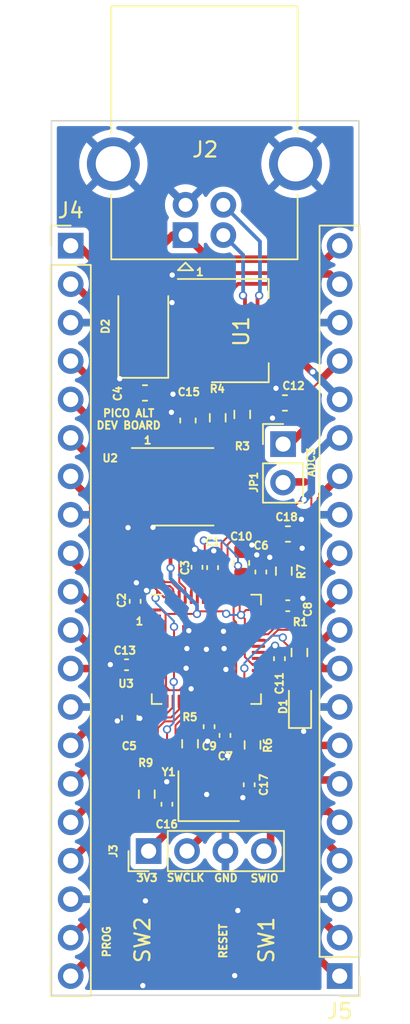
<source format=kicad_pcb>
(kicad_pcb (version 20211014) (generator pcbnew)
  (layers (0 "F.Cu" signal) (31 "B.Cu" signal) (34 "B.Paste" user) (35 "F.Paste" user) (36 "B.SilkS" user "B.Silkscreen") (37 "F.SilkS" user "F.Silkscreen") (38 "B.Mask" user) (39 "F.Mask" user) (44 "Edge.Cuts" user))
  (net 0 "")
  (net 1 "+3.3V")
  (net 2 "GND")
  (net 3 "+1V1")
  (net 4 "+5V")
  (net 5 "Net-(C16-Pad2)")
  (net 6 "Net-(C17-Pad2)")
  (net 7 "ADCVREF")
  (net 8 "VBUS")
  (net 9 "Net-(J2-Pad2)")
  (net 10 "Net-(J2-Pad3)")
  (net 11 "GPIO0")
  (net 12 "GPIO1")
  (net 13 "GPIO2")
  (net 14 "GPIO3")
  (net 15 "GPIO4")
  (net 16 "GPIO5")
  (net 17 "GPIO6")
  (net 18 "GPIO7")
  (net 19 "GPIO8")
  (net 20 "GPIO9")
  (net 21 "GPIO10")
  (net 22 "GPIO11")
  (net 23 "GPIO12")
  (net 24 "GPIO13")
  (net 25 "GPIO14")
  (net 26 "GPIO15")
  (net 27 "GPIO16")
  (net 28 "GPIO17")
  (net 29 "GPIO18")
  (net 30 "GPIO19")
  (net 31 "GPIO20")
  (net 32 "GPIO21")
  (net 33 "GPIO22")
  (net 34 "RUN")
  (net 35 "GPIO26")
  (net 36 "GPIO27")
  (net 37 "GPIO28")
  (net 38 "GPIO29")
  (net 39 "USBP")
  (net 40 "USBM")
  (net 41 "Net-(R5-Pad2)")
  (net 42 "QSPISS")
  (net 43 "QSPISD1")
  (net 44 "QSPISD2")
  (net 45 "QSPISD0")
  (net 46 "QSPICLK")
  (net 47 "QSPISD3")
  (net 48 "GPIO23")
  (net 49 "GPIO24")
  (net 50 "GPIO25")
  (net 51 "Net-(R9-Pad2)")
  (net 52 "Net-(J3-Pad2)")
  (net 53 "Net-(J3-Pad4)")
  (net 54 "Net-(J5-Pad17)")
  (net 55 "Net-(D1-Pad2)")
  (footprint "Crystal:Crystal_SMD_3225-4Pin_3.2x2.5mm" (layer "F.Cu") (at 148.82 115.11)
    (fp_text reference "Y1")
    (fp_text value "12 MHz")
  )
  (footprint "Capacitor_SMD:C_0402_1005Metric" (layer "F.Cu") (at 143.39 106.43 180)
    (fp_text reference "C13")
    (fp_text value "100 nF")
  )
  (footprint "Connector_USB:USB_B_OST_USB-B1HSxx_Horizontal" (layer "F.Cu") (at 147.29 78.04 90)
    (fp_text reference "J2")
    (fp_text value "USB_B")
  )
  (footprint "Resistor_SMD:R_0603_1608Metric_Pad0.98x0.95mm_HandSolder" (layer "F.Cu") (at 144.73 114.98 -90)
    (fp_text reference "R9")
    (fp_text value "1k")
  )
  (footprint "Capacitor_SMD:C_0603_1608Metric" (layer "F.Cu") (at 153.86 89.13 180)
    (fp_text reference "C12")
    (fp_text value "2.2 uF")
  )
  (footprint "Resistor_SMD:R_0603_1608Metric_Pad0.98x0.95mm_HandSolder" (layer "F.Cu") (at 154.82 105.62 90)
    (fp_text reference "R1")
    (fp_text value "1k")
  )
  (footprint "Resistor_SMD:R_0603_1608Metric_Pad0.98x0.95mm_HandSolder" (layer "F.Cu") (at 151.04 89.89 90)
    (fp_text reference "R3")
    (fp_text value "22R")
  )
  (footprint "Capacitor_SMD:C_0402_1005Metric" (layer "F.Cu") (at 149.08 100.01 90)
    (fp_text reference "C1")
    (fp_text value "100 nF")
  )
  (footprint "Capacitor_SMD:C_0603_1608Metric" (layer "F.Cu") (at 150.99 99.7 90)
    (fp_text reference "C10")
    (fp_text value "2.2 uF")
  )
  (footprint "Resistor_SMD:R_0603_1608Metric_Pad0.98x0.95mm_HandSolder" (layer "F.Cu") (at 151.72 111.73 -90)
    (fp_text reference "R6")
    (fp_text value "10k")
  )
  (footprint "Package_TO_SOT_SMD:SOT-223-3_TabPin2" (layer "F.Cu") (at 150.88 84.35)
    (fp_text reference "U1")
    (fp_text value "AMS1117-3.3")
  )
  (footprint "Connector_PinHeader_2.54mm:PinHeader_1x04_P2.54mm_Vertical" (layer "F.Cu") (at 144.85 118.74 90)
    (fp_text reference "J3")
    (fp_text value "Conn_01x04")
  )
  (footprint "Capacitor_SMD:C_0603_1608Metric" (layer "F.Cu") (at 144.61 88.47 180)
    (fp_text reference "C4")
    (fp_text value "2.2 uF")
  )
  (footprint "Diode_SMD:D_SMA" (layer "F.Cu") (at 144.5 84.07 90)
    (fp_text reference "D2")
    (fp_text value "SS14")
  )
  (footprint "Resistor_SMD:R_0603_1608Metric_Pad0.98x0.95mm_HandSolder" (layer "F.Cu") (at 153.79 100.24 -90)
    (fp_text reference "R7")
    (fp_text value "200R")
  )
  (footprint "Resistor_SMD:R_0603_1608Metric_Pad0.98x0.95mm_HandSolder" (layer "F.Cu") (at 147.59 111.65 90)
    (fp_text reference "R5")
    (fp_text value "1k")
  )
  (footprint "PicoAlt:K2-1808UN" (layer "F.Cu") (at 152.64 124.82 90)
    (fp_text reference "SW1")
    (fp_text value "SW_Push")
  )
  (footprint "LED_SMD:LED_0603_1608Metric_Pad1.05x0.95mm_HandSolder" (layer "F.Cu") (at 154.86 108.95 90)
    (fp_text reference "D1")
    (fp_text value "LED")
  )
  (footprint "Capacitor_SMD:C_0402_1005Metric" (layer "F.Cu") (at 154.05 102.53)
    (fp_text reference "C8")
    (fp_text value "100 nF")
  )
  (footprint "Capacitor_SMD:C_0603_1608Metric" (layer "F.Cu") (at 147.45 90.29 90)
    (fp_text reference "C15")
    (fp_text value "2.2 uF")
  )
  (footprint "Capacitor_SMD:C_0603_1608Metric" (layer "F.Cu") (at 154.06 97.79)
    (fp_text reference "C18")
    (fp_text value "2.2 uF")
  )
  (footprint "Connector_PinHeader_2.54mm:PinHeader_1x02_P2.54mm_Vertical" (layer "F.Cu") (at 153.74 91.85)
    (fp_text reference "JP1")
    (fp_text value "ADC3")
  )
  (footprint "PicoAlt:SOIC-8_3.9x4.9mm_P1.27mm_mod" (layer "F.Cu") (at 147.19 94.67)
    (fp_text reference "U2")
    (fp_text value "W25Q128JVSIQ")
  )
  (footprint "Connector_PinHeader_2.54mm:PinHeader_1x20_P2.54mm_Vertical" (layer "F.Cu") (at 157.48 127 180)
    (fp_text reference "J5")
    (fp_text value "Conn_01x20")
  )
  (footprint "Resistor_SMD:R_0603_1608Metric_Pad0.98x0.95mm_HandSolder" (layer "F.Cu") (at 149.42 90.11 -90)
    (fp_text reference "R4")
    (fp_text value "22R")
  )
  (footprint "Capacitor_SMD:C_0402_1005Metric" (layer "F.Cu") (at 146.06 115.65 -90)
    (fp_text reference "C16")
    (fp_text value "22 pF")
  )
  (footprint "Package_DFN_QFN:QFN-56-1EP_7x7mm_P0.4mm_EP3.2x3.2mm" (layer "F.Cu") (at 148.67 105.41)
    (fp_text reference "U3")
    (fp_text value "RP2040")
  )
  (footprint "Capacitor_SMD:C_0402_1005Metric" (layer "F.Cu") (at 143.96 102.24 90)
    (fp_text reference "C2")
    (fp_text value "100 nF")
  )
  (footprint "PicoAlt:K2-1808UN" (layer "F.Cu") (at 144.45 124.81 90)
    (fp_text reference "SW2")
    (fp_text value "SW_Push")
  )
  (footprint "Capacitor_SMD:C_0402_1005Metric" (layer "F.Cu") (at 148.05 99.99 90)
    (fp_text reference "C3")
    (fp_text value "100 nF")
  )
  (footprint "Capacitor_SMD:C_0402_1005Metric" (layer "F.Cu") (at 148.85 110.52 -90)
    (fp_text reference "C9")
    (fp_text value "100 nF")
  )
  (footprint "Capacitor_SMD:C_0603_1608Metric" (layer "F.Cu") (at 143.6 109.93 -90)
    (fp_text reference "C5")
    (fp_text value "2.2 uF")
  )
  (footprint "Capacitor_SMD:C_0402_1005Metric" (layer "F.Cu") (at 153.5 106.03 90)
    (fp_text reference "C11")
    (fp_text value "100 nF")
  )
  (footprint "Capacitor_SMD:C_0402_1005Metric" (layer "F.Cu") (at 151.5 114.36 90)
    (fp_text reference "C17")
    (fp_text value "22 pF")
  )
  (footprint "Capacitor_SMD:C_0402_1005Metric" (layer "F.Cu") (at 149.9 111.1 -90)
    (fp_text reference "C7")
    (fp_text value "100 nF")
  )
  (footprint "Connector_PinHeader_2.54mm:PinHeader_1x20_P2.54mm_Vertical" (layer "F.Cu") (at 139.7 78.74)
    (fp_text reference "J4")
    (fp_text value "Conn_01x20")
  )
  (footprint "Capacitor_SMD:C_0402_1005Metric" (layer "F.Cu") (at 152.27 100.3 90)
    (fp_text reference "C6")
    (fp_text value "100 nF")
  )
  (gr_line (start 158.75 70.485) (end 158.75 128.27) (layer "Edge.Cuts") (width 0.1))
  (gr_line (start 138.43 128.27) (end 138.43 70.485) (layer "Edge.Cuts") (width 0.1))
  (gr_line (start 158.75 128.27) (end 138.43 128.27) (layer "Edge.Cuts") (width 0.1))
  (gr_line (start 138.43 70.485) (end 158.75 70.485) (layer "Edge.Cuts") (width 0.1))
  (gr_text "GND" (at 149.96 120.52) (layer "F.SilkS") (effects (font (size 0.5 0.5) (thickness 0.125))))
  (gr_text "SWIO" (at 152.51 120.54) (layer "F.SilkS") (effects (font (size 0.5 0.5) (thickness 0.125))))
  (gr_text "1" (at 144.79 91.6) (layer "F.SilkS") (effects (font (size 0.5 0.5) (thickness 0.125))))
  (gr_text "1" (at 144.25 103.56) (layer "F.SilkS") (effects (font (size 0.5 0.5) (thickness 0.125))))
  (gr_text "3V3" (at 144.74 120.51) (layer "F.SilkS") (effects (font (size 0.5 0.5) (thickness 0.125))))
  (gr_text "RESET" (at 149.78 124.69 90) (layer "F.SilkS") (effects (font (size 0.5 0.5) (thickness 0.125))))
  (gr_text "PROG" (at 142.08 124.73 90) (layer "F.SilkS") (effects (font (size 0.5 0.5) (thickness 0.125))))
  (gr_text "SWCLK" (at 147.29 120.5) (layer "F.SilkS") (effects (font (size 0.5 0.5) (thickness 0.125))))
  (gr_text "1" (at 148.24 80.48) (layer "F.SilkS") (effects (font (size 0.5 0.5) (thickness 0.125))))
  (gr_text "PICO ALT\nDEV BOARD\n" (at 143.53 90.21) (layer "F.SilkS") (effects (font (size 0.5 0.5) (thickness 0.125))))
  (gr_text "ADC3" (at 155.59 93.05 90) (layer "F.SilkS") (effects (font (size 0.5 0.5) (thickness 0.125))))
  (segment (start 154.03 82.23) (end 154.03 84.35) (width 0.25) (layer "F.Cu") (net 1))
  (segment (start 148.3 107.53) (end 147.45 107.53) (width 0.13) (layer "F.Cu") (net 1))
  (segment (start 148.87 108.1) (end 148.3 107.53) (width 0.13) (layer "F.Cu") (net 1))
  (segment (start 149.5 112.92) (end 149.375 112.795) (width 0.13) (layer "F.Cu") (net 1))
  (segment (start 148.39 90.24) (end 148.39 88.48) (width 0.25) (layer "F.Cu") (net 1))
  (segment (start 148.87 110.02) (end 148.85 110.04) (width 0.13) (layer "F.Cu") (net 1))
  (segment (start 147.91 117.26) (end 148.05 117.12) (width 0.13) (layer "F.Cu") (net 1))
  (segment (start 150.21 82.87) (end 150.21 81.81) (width 0.25) (layer "F.Cu") (net 1))
  (segment (start 151.21 105.91) (end 151.71 106.41) (width 0.13) (layer "F.Cu") (net 1))
  (segment (start 148.87 102.86) (end 148.91 102.9) (width 0.13) (layer "F.Cu") (net 1))
  (segment (start 153.29 102.81) (end 153.57 102.53) (width 0.13) (layer "F.Cu") (net 1))
  (segment (start 153.4 106.41) (end 153.5 106.51) (width 0.13) (layer "F.Cu") (net 1))
  (segment (start 146 106.73) (end 146 106.68) (width 0.13) (layer "F.Cu") (net 1))
  (segment (start 148.145 92.765) (end 146.62 94.29) (width 0.25) (layer "F.Cu") (net 1))
  (segment (start 145.2325 102.81) (end 143.97 102.81) (width 0.13) (layer "F.Cu") (net 1))
  (segment (start 149.82 102.9) (end 148.91 102.9) (width 0.13) (layer "F.Cu") (net 1))
  (segment (start 148.87 108.8475) (end 148.87 108.1) (width 0.13) (layer "F.Cu") (net 1))
  (segment (start 154.03 85.44) (end 154.03 84.35) (width 0.5) (layer "F.Cu") (net 1))
  (segment (start 155.7 87.08) (end 155.67 87.08) (width 0.5) (layer "F.Cu") (net 1))
  (segment (start 145.73 102.81) (end 145.2325 102.81) (width 0.13) (layer "F.Cu") (net 1))
  (segment (start 148.39 88.48) (end 149.51 87.36) (width 0.25) (layer "F.Cu") (net 1))
  (segment (start 146.87 108.11) (end 146.22 108.11) (width 0.13) (layer "F.Cu") (net 1))
  (segment (start 147.565 91.065) (end 148.39 90.24) (width 0.25) (layer "F.Cu") (net 1))
  (segment (start 149.51 87.36) (end 149.51 85.77) (width 0.25) (layer "F.Cu") (net 1))
  (segment (start 148.22 102.9) (end 148.91 102.9) (width 0.13) (layer "F.Cu") (net 1))
  (segment (start 149.965 92.765) (end 148.145 92.765) (width 0.25) (layer "F.Cu") (net 1))
  (segment (start 145.916482 108.11) (end 144.871482 109.155) (width 0.13) (layer "F.Cu") (net 1))
  (segment (start 151.21 103.39) (end 151.21 105.91) (width 0.13) (layer "F.Cu") (net 1))
  (segment (start 150.96 103.14) (end 150.87 103.05) (width 0.13) (layer "F.Cu") (net 1))
  (segment (start 144.871482 109.155) (end 143.6 109.155) (width 0.13) (layer "F.Cu") (net 1))
  (segment (start 150.96 103.14) (end 151.29 102.81) (width 0.13) (layer "F.Cu") (net 1))
  (segment (start 153.57 102.53) (end 153.57 101.3725) (width 0.13) (layer "F.Cu") (net 1))
  (segment (start 151.12 101.14) (end 151.91 101.14) (width 0.13) (layer "F.Cu") (net 1))
  (segment (start 151.4425 112.92) (end 149.5 112.92) (width 0.13) (layer "F.Cu") (net 1))
  (segment (start 148.05 103.07) (end 148.22 102.9) (width 0.13) (layer "F.Cu") (net 1))
  (segment (start 151.71 106.41) (end 152.1075 106.41) (width 0.13) (layer "F.Cu") (net 1))
  (segment (start 150.87 101.39) (end 151.12 101.14) (width 0.13) (layer "F.Cu") (net 1))
  (segment (start 146.3 98.21) (end 146.3 100.03) (width 0.25) (layer "F.Cu") (net 1))
  (segment (start 150.96 103.14) (end 151.21 103.39) (width 0.13) (layer "F.Cu") (net 1))
  (segment (start 155.67 87.08) (end 154.03 85.44) (width 0.5) (layer "F.Cu") (net 1))
  (segment (start 147.45 107.53) (end 146.87 108.11) (width 0.13) (layer "F.Cu") (net 1))
  (segment (start 147.45 91.065) (end 147.565 91.065) (width 0.25) (layer "F.Cu") (net 1))
  (segment (start 152.07 112.9925) (end 151.72 112.6425) (width 0.13) (layer "F.Cu") (net 1))
  (segment (start 152.1075 102.81) (end 153.29 102.81) (width 0.13) (layer "F.Cu") (net 1))
  (segment (start 146.62 94.29) (end 146.62 97.89) (width 0.25) (layer "F.Cu") (net 1))
  (segment (start 153.57 101.3725) (end 153.79 101.1525) (width 0.13) (layer "F.Cu") (net 1))
  (segment (start 148.05 117.12) (end 151.78 117.12) (width 0.13) (layer "F.Cu") (net 1))
  (segment (start 151.78 117.12) (end 152.07 116.83) (width 0.13) (layer "F.Cu") (net 1))
  (segment (start 146 107.89) (end 146 106.73) (width 0.13) (layer "F.Cu") (net 1))
  (segment (start 152.07 116.83) (end 152.07 112.9925) (width 0.13) (layer "F.Cu") (net 1))
  (segment (start 146.33 117.26) (end 147.91 117.26) (width 0.13) (layer "F.Cu") (net 1))
  (segment (start 148.87 108.8475) (end 148.87 110.02) (width 0.13) (layer "F.Cu") (net 1))
  (segment (start 149.51 85.77) (end 148.09 84.35) (width 0.25) (layer "F.Cu") (net 1))
  (segment (start 151.72 112.6425) (end 151.4425 112.92) (width 0.13) (layer "F.Cu") (net 1))
  (segment (start 148.09 84.35) (end 147.73 84.35) (width 0.25) (layer "F.Cu") (net 1))
  (segment (start 152.1075 106.41) (end 153.4 106.41) (width 0.13) (layer "F.Cu") (net 1))
  (segment (start 146.22 108.11) (end 146 107.89) (width 0.13) (layer "F.Cu") (net 1))
  (segment (start 153.06 81.26) (end 154.03 82.23) (width 0.25) (layer "F.Cu") (net 1))
  (segment (start 154.03 88.525) (end 154.03 84.35) (width 0.25) (layer "F.Cu") (net 1))
  (segment (start 151.29 102.81) (end 152.1075 102.81) (width 0.13) (layer "F.Cu") (net 1))
  (segment (start 144.85 118.71) (end 146.25 117.31) (width 0.5) (layer "F.Cu") (net 1))
  (segment (start 146 106.73) (end 145.97 106.7) (width 0.13) (layer "F.Cu") (net 1))
  (segment (start 150.87 101.9725) (end 150.87 101.39) (width 0.13) (layer "F.Cu") (net 1))
  (segment (start 143.97 102.81) (end 143.93 102.77) (width 0.13) (layer "F.Cu") (net 1))
  (segment (start 145.99 103.07) (end 145.73 102.81) (width 0.13) (layer "F.Cu") (net 1))
  (segment (start 150.21 81.81) (end 150.76 81.26) (width 0.25) (layer "F.Cu") (net 1))
  (segment (start 146.62 97.89) (end 146.3 98.21) (width 0.25) (layer "F.Cu") (net 1))
  (segment (start 144.85 118.74) (end 144.85 118.71) (width 0.5) (layer "F.Cu") (net 1))
  (segment (start 148.73 84.35) (end 150.21 82.87) (width 0.25) (layer "F.Cu") (net 1))
  (segment (start 145.2325 106.41) (end 143.89 106.41) (width 0.13) (layer "F.Cu") (net 1))
  (segment (start 145.97 103) (end 145.78 102.81) (width 0.13) (layer "F.Cu") (net 1))
  (segment (start 150.87 103.05) (end 150.87 101.9725) (width 0.13) (layer "F.Cu") (net 1))
  (segment (start 150.76 81.26) (end 153.06 81.26) (width 0.25) (layer "F.Cu") (net 1))
  (segment (start 148.87 101.9725) (end 148.87 100.7) (width 0.13) (layer "F.Cu") (net 1))
  (segment (start 145.97 106.7) (end 145.97 103) (width 0.13) (layer "F.Cu") (net 1))
  (segment (start 147.73 84.35) (end 148.73 84.35) (width 0.25) (layer "F.Cu") (net 1))
  (segment (start 149.27 100.68) (end 149.08 100.49) (width 0.13) (layer "F.Cu") (net 1))
  (segment (start 154.635 89.13) (end 154.03 88.525) (width 0.25) (layer "F.Cu") (net 1))
  (segment (start 148.87 101.9725) (end 148.87 102.86) (width 0.13) (layer "F.Cu") (net 1))
  (segment (start 151.91 101.14) (end 152.27 100.78) (width 0.13) (layer "F.Cu") (net 1))
  (segment (start 146 106.68) (end 145.73 106.41) (width 0.13) (layer "F.Cu") (net 1))
  (segment (start 149.375 110.565) (end 148.85 110.04) (width 0.13) (layer "F.Cu") (net 1))
  (segment (start 149.27 101.9725) (end 149.27 100.68) (width 0.13) (layer "F.Cu") (net 1))
  (segment (start 143.89 106.41) (end 143.87 106.43) (width 0.13) (layer "F.Cu") (net 1))
  (segment (start 145.73 106.41) (end 145.2325 106.41) (width 0.13) (layer "F.Cu") (net 1))
  (segment (start 149.15 92.765) (end 147.45 91.065) (width 0.25) (layer "F.Cu") (net 1))
  (segment (start 149.98 103.06) (end 149.82 102.9) (width 0.13) (layer "F.Cu") (net 1))
  (segment (start 145.78 102.81) (end 145.73 102.81) (width 0.13) (layer "F.Cu") (net 1))
  (segment (start 148.05 103.07) (end 145.99 103.07) (width 0.13) (layer "F.Cu") (net 1))
  (segment (start 149.375 112.795) (end 149.375 110.565) (width 0.13) (layer "F.Cu") (net 1))
  (segment (start 148.87 100.7) (end 149.08 100.49) (width 0.13) (layer "F.Cu") (net 1))
  (segment (start 149.865 92.765) (end 149.15 92.765) (width 0.25) (layer "F.Cu") (net 1))
  (segment (start 146.22 108.11) (end 145.916482 108.11) (width 0.13) (layer "F.Cu") (net 1))
  (via (at 146.3 100.03) (size 0.55) (drill 0.35) (layers "F.Cu" "B.Cu") (net 1))
  (via (at 148.05 103.07) (size 0.55) (drill 0.35) (layers "F.Cu" "B.Cu") (net 1))
  (via (at 149.98 103.06) (size 0.55) (drill 0.35) (layers "F.Cu" "B.Cu") (net 1))
  (via (at 155.7 87.08) (size 0.55) (drill 0.35) (layers "F.Cu" "B.Cu") (net 1))
  (via (at 150.96 103.14) (size 0.55) (drill 0.35) (layers "F.Cu" "B.Cu") (net 1))
  (segment (start 148.05 102.49) (end 146.3 100.74) (width 0.25) (layer "B.Cu") (net 1))
  (segment (start 157.48 88.9) (end 157.48 88.86) (width 0.5) (layer "B.Cu") (net 1))
  (segment (start 148.05 103.07) (end 148.05 102.49) (width 0.25) (layer "B.Cu") (net 1))
  (segment (start 157.48 88.86) (end 155.7 87.08) (width 0.5) (layer "B.Cu") (net 1))
  (segment (start 146.3 100.74) (end 146.3 100.03) (width 0.25) (layer "B.Cu") (net 1))
  (segment (start 150.06 103.14) (end 149.98 103.06) (width 0.13) (layer "B.Cu") (net 1))
  (segment (start 150.96 103.14) (end 150.06 103.14) (width 0.13) (layer "B.Cu") (net 1))
  (segment (start 145.27 122.66) (end 144.64 122.03) (width 0.13) (layer "F.Cu") (net 2))
  (segment (start 152.37 99.82) (end 152.86 99.33) (width 0.13) (layer "F.Cu") (net 2))
  (segment (start 146.41 80.68) (end 146.41 80.73) (width 0.25) (layer "F.Cu") (net 2))
  (segment (start 146.41 80.73) (end 147.73 82.05) (width 0.25) (layer "F.Cu") (net 2))
  (segment (start 148.96 115) (end 149.92 115.96) (width 0.13) (layer "F.Cu") (net 2))
  (segment (start 150.06 112.43) (end 150.06 111.74) (width 0.13) (layer "F.Cu") (net 2))
  (segment (start 145.14 126.96) (end 144.47 127.63) (width 0.13) (layer "F.Cu") (net 2))
  (segment (start 143.835 88.47) (end 143.835 88.425) (width 0.25) (layer "F.Cu") (net 2))
  (segment (start 155.05 102.04) (end 154.56 102.53) (width 0.13) (layer "F.Cu") (net 2))
  (segment (start 149.79 105.41) (end 149.84 105.36) (width 0.13) (layer "F.Cu") (net 2))
  (segment (start 149.08 98.98) (end 149.16 98.9) (width 0.13) (layer "F.Cu") (net 2))
  (segment (start 149.96 106.7) (end 149.96 106.74) (width 0.13) (layer "F.Cu") (net 2))
  (segment (start 151.08 115.21) (end 150.33 115.96) (width 0.13) (layer "F.Cu") (net 2))
  (segment (start 153.085 89.13) (end 153.085 90.085) (width 0.25) (layer "F.Cu") (net 2))
  (segment (start 148.85 111.38) (end 148.75 111.48) (width 0.13) (layer "F.Cu") (net 2))
  (segment (start 146.36 89.75) (end 146.595 89.515) (width 0.25) (layer "F.Cu") (net 2))
  (segment (start 153.5 105.46) (end 153.21 105.17) (width 0.13) (layer "F.Cu") (net 2))
  (segment (start 150.99 98.925) (end 150.99 99.07) (width 0.13) (layer "F.Cu") (net 2))
  (segment (start 145.525 126.96) (end 145.14 126.96) (width 0.13) (layer "F.Cu") (net 2))
  (segment (start 150.99 98.925) (end 151.275 98.925) (width 0.13) (layer "F.Cu") (net 2))
  (segment (start 146.46 88.55) (end 146.77 88.55) (width 0.25) (layer "F.Cu") (net 2))
  (segment (start 152.27 99.82) (end 152.27 99.44) (width 0.13) (layer "F.Cu") (net 2))
  (segment (start 147.45 89.23) (end 147.45 89.515) (width 0.25) (layer "F.Cu") (net 2))
  (segment (start 148.05 99.51) (end 148.05 98.96) (width 0.13) (layer "F.Cu") (net 2))
  (segment (start 149.08 99.53) (end 149.08 98.98) (width 0.13) (layer "F.Cu") (net 2))
  (segment (start 143.6 110.705) (end 143.6 110.64) (width 0.13) (layer "F.Cu") (net 2))
  (segment (start 154.56 102.53) (end 154.53 102.53) (width 0.13) (layer "F.Cu") (net 2))
  (segment (start 148.85 111) (end 148.85 111.38) (width 0.13) (layer "F.Cu") (net 2))
  (segment (start 150.06 111.74) (end 149.9 111.58) (width 0.13) (layer "F.Cu") (net 2))
  (segment (start 147.51 104.18) (end 147.51 104.25) (width 0.13) (layer "F.Cu") (net 2))
  (segment (start 148.69 115) (end 148.96 115) (width 0.13) (layer "F.Cu") (net 2))
  (segment (start 142.91 106.43) (end 142.33 106.43) (width 0.13) (layer "F.Cu") (net 2))
  (segment (start 143.96 101.09) (end 144.04 101.01) (width 0.13) (layer "F.Cu") (net 2))
  (segment (start 146.4 82.5) (end 146.85 82.05) (width 0.25) (layer "F.Cu") (net 2))
  (segment (start 146.77 88.55) (end 147.45 89.23) (width 0.25) (layer "F.Cu") (net 2))
  (segment (start 150.99 98.925) (end 150.99 99.04) (width 0.13) (layer "F.Cu") (net 2))
  (segment (start 142.33 106.43) (end 142.32 106.42) (width 0.13) (layer "F.Cu") (net 2))
  (segment (start 152.27 99.82) (end 152.37 99.82) (width 0.13) (layer "F.Cu") (net 2))
  (segment (start 144.47 101.76) (end 144.71 101.52) (width 0.13) (layer "F.Cu") (net 2))
  (segment (start 146.85 82.05) (end 147.73 82.05) (width 0.25) (layer "F.Cu") (net 2))
  (segment (start 154.835 97.79) (end 154.835 98.565) (width 0.13) (layer "F.Cu") (net 2))
  (segment (start 154.86 109.825) (end 154.86 110.59) (width 0.13) (layer "F.Cu") (net 2))
  (segment (start 150.99 99.04) (end 151.17 99.22) (width 0.13) (layer "F.Cu") (net 2))
  (segment (start 150.33 115.96) (end 149.92 115.96) (width 0.13) (layer "F.Cu") (net 2))
  (segment (start 150.75 122.67) (end 151.565 122.67) (width 0.13) (layer "F.Cu") (net 2))
  (segment (start 154.86 110.59) (end 155.1 110.83) (width 0.13) (layer "F.Cu") (net 2))
  (segment (start 148.67 105.41) (end 149.96 106.7) (width 0.13) (layer "F.Cu") (net 2))
  (segment (start 146.05 114.16) (end 146.06 114.17) (width 0.25) (layer "F.Cu") (net 2))
  (segment (start 143.835 88.425) (end 142.94 87.53) (width 0.25) (layer "F.Cu") (net 2))
  (segment (start 147.67 108.8475) (end 147.67 108.03) (width 0.13) (layer "F.Cu") (net 2))
  (segment (start 147.72 114.26) (end 147.95 114.26) (width 0.13) (layer "F.Cu") (net 2))
  (segment (start 144.415 96.575) (end 144.415 96.625) (width 0.13) (layer "F.Cu") (net 2))
  (segment (start 153.085 88.345) (end 153.27 88.16) (width 0.25) (layer "F.Cu") (net 2))
  (segment (start 148.67 105.41) (end 149.79 105.41) (width 0.13) (layer "F.Cu") (net 2))
  (segment (start 148.62 105.36) (end 147.38 105.36) (width 0.13) (layer "F.Cu") (net 2))
  (segment (start 146.595 89.515) (end 147.45 89.515) (width 0.25) (layer "F.Cu") (net 2))
  (segment (start 154.835 98.565) (end 155 98.73) (width 0.13) (layer "F.Cu") (net 2))
  (segment (start 151.95 99.22) (end 152 99.17) (width 0.13) (layer "F.Cu") (net 2))
  (segment (start 144.415 96.625) (end 145.14 97.35) (width 0.13) (layer "F.Cu") (net 2))
  (segment (start 153.085 89.13) (end 153.085 88.345) (width 0.25) (layer "F.Cu") (net 2))
  (segment (start 153.5 105.55) (end 153.5 105.46) (width 0.13) (layer "F.Cu") (net 2))
  (segment (start 152.27 99.44) (end 152 99.17) (width 0.13) (layer "F.Cu") (net 2))
  (segment (start 143.345 110.705) (end 142.78 110.14) (width 0.13) (layer "F.Cu") (net 2))
  (segment (start 147.95 114.26) (end 148.69 115) (width 0.13) (layer "F.Cu") (net 2))
  (segment (start 148.05 98.96) (end 147.9 98.81) (width 0.13) (layer "F.Cu") (net 2))
  (segment (start 151.17 99.22) (end 151.95 99.22) (width 0.13) (layer "F.Cu") (net 2))
  (segment (start 146.06 114.17) (end 146.06 115.17) (width 0.25) (layer "F.Cu") (net 2))
  (segment (start 150.54 126.97) (end 151.565 126.97) (width 0.13) (layer "F.Cu") (net 2))
  (segment (start 148.67 105.41) (end 148.67 105.35) (width 0.13) (layer "F.Cu") (net 2))
  (segment (start 154.835 96.935) (end 154.95 96.82) (width 0.13) (layer "F.Cu") (net 2))
  (segment (start 151.45 114.84) (end 151.08 115.21) (width 0.13) (layer "F.Cu") (net 2))
  (segment (start 147.67 108.03) (end 147.66 108.02) (width 0.13) (layer "F.Cu") (net 2))
  (segment (start 143.96 101.76) (end 143.96 101.09) (width 0.13) (layer "F.Cu") (net 2))
  (segment (start 153.085 90.085) (end 153.04 90.13) (width 0.25) (layer "F.Cu") (net 2))
  (segment (start 144.415 96.575) (end 144.285 96.575) (width 0.13) (layer "F.Cu") (net 2))
  (segment (start 147.51 104.25) (end 148.67 105.41) (width 0.13) (layer "F.Cu") (net 2))
  (segment (start 143.6 110.64) (end 144.27 109.97) (width 0.13) (layer "F.Cu") (net 2))
  (segment (start 148.58 105.41) (end 147.33 106.66) (width 0.13) (layer "F.Cu") (net 2))
  (segment (start 151.275 98.925) (end 151.68 98.52) (width 0.13) (layer "F.Cu") (net 2))
  (segment (start 143.6 110.705) (end 143.345 110.705) (width 0.13) (layer "F.Cu") (net 2))
  (segment (start 143.96 101.76) (end 144.47 101.76) (width 0.13) (layer "F.Cu") (net 2))
  (segment (start 144.285 96.575) (end 143.49 97.37) (width 0.13) (layer "F.Cu") (net 2))
  (segment (start 148.67 105.41) (end 148.58 105.41) (width 0.13) (layer "F.Cu") (net 2))
  (segment (start 148.67 105.35) (end 149.8 104.22) (width 0.13) (layer "F.Cu") (net 2))
  (segment (start 151.5 114.84) (end 151.45 114.84) (width 0.13) (layer "F.Cu") (net 2))
  (segment (start 145.525 122.66) (end 145.27 122.66) (width 0.13) (layer "F.Cu") (net 2))
  (segment (start 148.67 105.41) (end 148.62 105.36) (width 0.13) (layer "F.Cu") (net 2))
  (segment (start 154.835 97.79) (end 154.835 96.935) (width 0.13) (layer "F.Cu") (net 2))
  (via (at 148.69 115) (size 0.55) (drill 0.35) (layers "F.Cu" "B.Cu") (net 2))
  (via (at 151.08 115.21) (size 0.55) (drill 0.35) (layers "F.Cu" "B.Cu") (net 2))
  (via (at 152.86 99.33) (size 0.55) (drill 0.35) (layers "F.Cu" "B.Cu") (net 2))
  (via (at 146.05 114.16) (size 0.55) (drill 0.35) (layers "F.Cu" "B.Cu") (net 2))
  (via (at 146.41 80.68) (size 0.55) (drill 0.35) (layers "F.Cu" "B.Cu") (net 2))
  (via (at 144.71 101.52) (size 0.55) (drill 0.35) (layers "F.Cu" "B.Cu") (net 2))
  (via (at 144.47 127.63) (size 0.55) (drill 0.35) (layers "F.Cu" "B.Cu") (net 2))
  (via (at 150.06 112.43) (size 0.55) (drill 0.35) (layers "F.Cu" "B.Cu") (net 2))
  (via (at 142.32 106.42) (size 0.55) (drill 0.35) (layers "F.Cu" "B.Cu") (net 2))
  (via (at 149.8 104.22) (size 0.55) (drill 0.35) (layers "F.Cu" "B.Cu") (net 2))
  (via (at 155 98.73) (size 0.55) (drill 0.35) (layers "F.Cu" "B.Cu") (net 2))
  (via (at 153.27 88.16) (size 0.55) (drill 0.35) (layers "F.Cu" "B.Cu") (net 2))
  (via (at 155.1 110.83) (size 0.55) (drill 0.35) (layers "F.Cu" "B.Cu") (net 2))
  (via (at 153.04 90.13) (size 0.55) (drill 0.35) (layers "F.Cu" "B.Cu") (net 2))
  (via (at 144.04 101.01) (size 0.55) (drill 0.35) (layers "F.Cu" "B.Cu") (net 2))
  (via (at 147.66 108.02) (size 0.55) (drill 0.35) (layers "F.Cu" "B.Cu") (net 2))
  (via (at 142.78 110.14) (size 0.55) (drill 0.35) (layers "F.Cu" "B.Cu") (net 2))
  (via (at 152 99.17) (size 0.55) (drill 0.35) (layers "F.Cu" "B.Cu") (net 2))
  (via (at 149.84 105.36) (size 0.55) (drill 0.35) (layers "F.Cu" "B.Cu") (net 2))
  (via (at 148.67 105.41) (size 0.55) (drill 0.35) (layers "F.Cu" "B.Cu") (net 2))
  (via (at 151.68 98.52) (size 0.55) (drill 0.35) (layers "F.Cu" "B.Cu") (net 2))
  (via (at 147.9 98.81) (size 0.55) (drill 0.35) (layers "F.Cu" "B.Cu") (net 2))
  (via (at 142.94 87.53) (size 0.55) (drill 0.35) (layers "F.Cu" "B.Cu") (net 2))
  (via (at 146.46 88.55) (size 0.55) (drill 0.35) (layers "F.Cu" "B.Cu") (net 2))
  (via (at 144.27 109.97) (size 0.55) (drill 0.35) (layers "F.Cu" "B.Cu") (net 2))
  (via (at 145.14 97.35) (size 0.55) (drill 0.35) (layers "F.Cu" "B.Cu") (net 2))
  (via (at 146.4 82.5) (size 0.55) (drill 0.35) (layers "F.Cu" "B.Cu") (net 2))
  (via (at 150.54 126.97) (size 0.55) (drill 0.35) (layers "F.Cu" "B.Cu") (net 2))
  (via (at 146.36 89.75) (size 0.55) (drill 0.35) (layers "F.Cu" "B.Cu") (net 2))
  (via (at 150.75 122.67) (size 0.55) (drill 0.35) (layers "F.Cu" "B.Cu") (net 2))
  (via (at 149.16 98.9) (size 0.55) (drill 0.35) (layers "F.Cu" "B.Cu") (net 2))
  (via (at 154.95 96.82) (size 0.55) (drill 0.35) (layers "F.Cu" "B.Cu") (net 2))
  (via (at 147.51 104.18) (size 0.55) (drill 0.35) (layers "F.Cu" "B.Cu") (net 2))
  (via (at 155.05 102.04) (size 0.55) (drill 0.35) (layers "F.Cu" "B.Cu") (net 2))
  (via (at 153.21 105.17) (size 0.55) (drill 0.35) (layers "F.Cu" "B.Cu") (net 2))
  (via (at 149.96 106.74) (size 0.55) (drill 0.35) (layers "F.Cu" "B.Cu") (net 2))
  (via (at 147.38 105.36) (size 0.55) (drill 0.35) (layers "F.Cu" "B.Cu") (net 2))
  (via (at 147.33 106.66) (size 0.55) (drill 0.35) (layers "F.Cu" "B.Cu") (net 2))
  (via (at 148.75 111.48) (size 0.55) (drill 0.35) (layers "F.Cu" "B.Cu") (net 2))
  (via (at 143.49 97.37) (size 0.55) (drill 0.35) (layers "F.Cu" "B.Cu") (net 2))
  (via (at 144.64 122.03) (size 0.55) (drill 0.35) (layers "F.Cu" "B.Cu") (net 2))
  (segment (start 148.5 98.22) (end 148.56 98.28) (width 0.13) (layer "F.Cu") (net 3))
  (segment (start 149.27 109.46) (end 149.9 110.09) (width 0.13) (layer "F.Cu") (net 3))
  (segment (start 149.44 108.07) (end 150.27 108.07) (width 0.13) (layer "F.Cu") (net 3))
  (segment (start 148.14 100.47) (end 148.05 100.47) (width 0.13) (layer "F.Cu") (net 3))
  (segment (start 150.76 99.89) (end 150.99 100.12) (width 0.13) (layer "F.Cu") (net 3))
  (segment (start 150.47 101.9725) (end 150.47 100.995) (width 0.13) (layer "F.Cu") (net 3))
  (segment (start 150.27 108.07) (end 150.64 107.7) (width 0.13) (layer "F.Cu") (net 3))
  (segment (start 150.64 107.7) (end 150.64 103.63) (width 0.13) (layer "F.Cu") (net 3))
  (segment (start 148.47 101.9725) (end 148.47 100.89) (width 0.13) (layer "F.Cu") (net 3))
  (segment (start 149.9 110.09) (end 149.9 110.62) (width 0.13) (layer "F.Cu") (net 3))
  (segment (start 149.27 108.8475) (end 149.27 109.46) (width 0.13) (layer "F.Cu") (net 3))
  (segment (start 150.47 103.46) (end 150.64 103.63) (width 0.13) (layer "F.Cu") (net 3))
  (segment (start 150.99 100.12) (end 150.99 100.475) (width 0.13) (layer "F.Cu") (net 3))
  (segment (start 149.27 108.8475) (end 149.27 108.24) (width 0.13) (layer "F.Cu") (net 3))
  (segment (start 150.47 101.9725) (end 150.47 103.46) (width 0.13) (layer "F.Cu") (net 3))
  (segment (start 149.27 108.24) (end 149.44 108.07) (width 0.13) (layer "F.Cu") (net 3))
  (segment (start 150.47 100.995) (end 150.99 100.475) (width 0.13) (layer "F.Cu") (net 3))
  (segment (start 148.56 98.28) (end 148.56 100.05) (width 0.13) (layer "F.Cu") (net 3))
  (segment (start 148.56 100.05) (end 148.14 100.47) (width 0.13) (layer "F.Cu") (net 3))
  (segment (start 148.47 100.89) (end 148.05 100.47) (width 0.13) (layer "F.Cu") (net 3))
  (via (at 148.5 98.22) (size 0.55) (drill 0.35) (layers "F.Cu" "B.Cu") (net 3))
  (via (at 150.76 99.89) (size 0.55) (drill 0.35) (layers "F.Cu" "B.Cu") (net 3))
  (segment (start 150.76 99.33) (end 150.76 99.89) (width 0.13) (layer "B.Cu") (net 3))
  (segment (start 149.65 98.22) (end 150.76 99.33) (width 0.13) (layer "B.Cu") (net 3))
  (segment (start 148.5 98.22) (end 149.65 98.22) (width 0.13) (layer "B.Cu") (net 3))
  (segment (start 146.66 83.12) (end 145.95 83.83) (width 0.25) (layer "F.Cu") (net 4))
  (segment (start 145.95 84.77) (end 144.65 86.07) (width 0.25) (layer "F.Cu") (net 4))
  (segment (start 144.65 86.07) (end 144.5 86.07) (width 0.25) (layer "F.Cu") (net 4))
  (segment (start 155.26 80.59) (end 155.28 80.61) (width 0.5) (layer "F.Cu") (net 4))
  (segment (start 144.5 87.585) (end 144.5 86.07) (width 0.25) (layer "F.Cu") (net 4))
  (segment (start 149.62 81.48) (end 149.62 82.6) (width 0.25) (layer "F.Cu") (net 4))
  (segment (start 147.73 86.65) (end 145.08 86.65) (width 0.25) (layer "F.Cu") (net 4))
  (segment (start 150.55 80.55) (end 149.62 81.48) (width 0.25) (layer "F.Cu") (net 4))
  (segment (start 156.81 80.61) (end 157.48 81.28) (width 0.5) (layer "F.Cu") (net 4))
  (segment (start 149.1 83.12) (end 146.66 83.12) (width 0.25) (layer "F.Cu") (net 4))
  (segment (start 155.28 80.61) (end 156.81 80.61) (width 0.5) (layer "F.Cu") (net 4))
  (segment (start 145.385 88.47) (end 144.5 87.585) (width 0.25) (layer "F.Cu") (net 4))
  (segment (start 145.08 86.65) (end 144.5 86.07) (width 0.25) (layer "F.Cu") (net 4))
  (segment (start 145.95 83.83) (end 145.95 84.77) (width 0.25) (layer "F.Cu") (net 4))
  (segment (start 155.26 80.59) (end 155.22 80.55) (width 0.25) (layer "F.Cu") (net 4))
  (segment (start 149.62 82.6) (end 149.1 83.12) (width 0.25) (layer "F.Cu") (net 4))
  (segment (start 155.22 80.55) (end 150.55 80.55) (width 0.25) (layer "F.Cu") (net 4))
  (segment (start 147.04 110.02) (end 146.63 110.43) (width 0.13) (layer "F.Cu") (net 5))
  (segment (start 147.47 110.02) (end 147.04 110.02) (width 0.13) (layer "F.Cu") (net 5))
  (segment (start 147.72 115.96) (end 146.52 115.96) (width 0.13) (layer "F.Cu") (net 5))
  (segment (start 148.07 109.42) (end 147.47 110.02) (width 0.13) (layer "F.Cu") (net 5))
  (segment (start 146.52 115.96) (end 146.16 116.32) (width 0.13) (layer "F.Cu") (net 5))
  (segment (start 146.63 110.43) (end 146.63 114.87) (width 0.13) (layer "F.Cu") (net 5))
  (segment (start 148.07 108.8475) (end 148.07 109.42) (width 0.13) (layer "F.Cu") (net 5))
  (segment (start 146.63 114.87) (end 147.72 115.96) (width 0.13) (layer "F.Cu") (net 5))
  (segment (start 147.59 112.5625) (end 148.2225 112.5625) (width 0.13) (layer "F.Cu") (net 6))
  (segment (start 151.5 113.88) (end 151.12 114.26) (width 0.13) (layer "F.Cu") (net 6))
  (segment (start 148.2225 112.5625) (end 149.92 114.26) (width 0.13) (layer "F.Cu") (net 6))
  (segment (start 151.12 114.26) (end 149.92 114.26) (width 0.13) (layer "F.Cu") (net 6))
  (segment (start 153.79 98.295) (end 153.285 97.79) (width 0.13) (layer "F.Cu") (net 7))
  (segment (start 153.79 99.3275) (end 153.79 98.295) (width 0.13) (layer "F.Cu") (net 7))
  (segment (start 154.95 95.51) (end 155.12 95.51) (width 0.13) (layer "F.Cu") (net 7))
  (segment (start 153.285 97.79) (end 153.285 97.175) (width 0.13) (layer "F.Cu") (net 7))
  (segment (start 151.27 101.9725) (end 152.0475 101.9725) (width 0.13) (layer "F.Cu") (net 7))
  (segment (start 152.88 101.14) (end 152.88 100.78) (width 0.13) (layer "F.Cu") (net 7))
  (segment (start 152.0475 101.9725) (end 152.88 101.14) (width 0.13) (layer "F.Cu") (net 7))
  (segment (start 153.79 99.87) (end 153.79 99.3275) (width 0.13) (layer "F.Cu") (net 7))
  (segment (start 153.285 97.175) (end 154.95 95.51) (width 0.13) (layer "F.Cu") (net 7))
  (segment (start 152.88 100.78) (end 153.79 99.87) (width 0.13) (layer "F.Cu") (net 7))
  (via (at 155.12 95.51) (size 0.55) (drill 0.35) (layers "F.Cu" "B.Cu") (net 7))
  (segment (start 156.99 91.44) (end 155.61 92.82) (width 0.5) (layer "B.Cu") (net 7))
  (segment (start 157.48 91.44) (end 156.99 91.44) (width 0.5) (layer "B.Cu") (net 7))
  (segment (start 155.61 95.02) (end 155.12 95.51) (width 0.5) (layer "B.Cu") (net 7))
  (segment (start 155.61 92.82) (end 155.61 95.02) (width 0.5) (layer "B.Cu") (net 7))
  (segment (start 157.48 78.74) (end 156.59 79.63) (width 0.5) (layer "F.Cu") (net 8))
  (segment (start 144.5 79.98) (end 146.44 78.04) (width 0.5) (layer "F.Cu") (net 8))
  (segment (start 156.59 79.63) (end 148.88 79.63) (width 0.5) (layer "F.Cu") (net 8))
  (segment (start 148.88 79.63) (end 147.29 78.04) (width 0.5) (layer "F.Cu") (net 8))
  (segment (start 144.5 82.07) (end 144.5 79.98) (width 0.5) (layer "F.Cu") (net 8))
  (segment (start 146.44 78.04) (end 147.29 78.04) (width 0.5) (layer "F.Cu") (net 8))
  (segment (start 151.22 82.16) (end 151.22 87.3975) (width 0.25) (layer "F.Cu") (net 9))
  (segment (start 151.09 82.03) (end 151.22 82.16) (width 0.25) (layer "F.Cu") (net 9))
  (segment (start 151.22 87.3975) (end 149.42 89.1975) (width 0.25) (layer "F.Cu") (net 9))
  (via (at 151.09 82.03) (size 0.55) (drill 0.35) (layers "F.Cu" "B.Cu") (net 9))
  (segment (start 151.09 82.03) (end 151.1 82.02) (width 0.25) (layer "B.Cu") (net 9))
  (segment (start 151.1 82.02) (end 151.1 79.35) (width 0.25) (layer "B.Cu") (net 9))
  (segment (start 151.1 79.35) (end 149.79 78.04) (width 0.25) (layer "B.Cu") (net 9))
  (segment (start 152.16 82.03) (end 152.05 82.14) (width 0.25) (layer "F.Cu") (net 10))
  (segment (start 151.04 88.55) (end 151.04 88.9775) (width 0.25) (layer "F.Cu") (net 10))
  (segment (start 152.05 87.54) (end 151.04 88.55) (width 0.25) (layer "F.Cu") (net 10))
  (segment (start 152.05 82.14) (end 152.05 87.54) (width 0.25) (layer "F.Cu") (net 10))
  (via (at 152.16 82.03) (size 0.55) (drill 0.35) (layers "F.Cu" "B.Cu") (net 10))
  (segment (start 152.16 82.03) (end 152.21 81.98) (width 0.25) (layer "B.Cu") (net 10))
  (segment (start 152.21 78.46) (end 149.79 76.04) (width 0.25) (layer "B.Cu") (net 10))
  (segment (start 152.21 81.98) (end 152.21 78.46) (width 0.25) (layer "B.Cu") (net 10))
  (segment (start 139.7 78.74) (end 140.24 78.74) (width 0.5) (layer "F.Cu") (net 11))
  (segment (start 143.06 99.616912) (end 142.36 98.916912) (width 0.13) (layer "F.Cu") (net 11))
  (segment (start 143.06 102.78) (end 143.06 99.616912) (width 0.13) (layer "F.Cu") (net 11))
  (segment (start 142.36 98.916912) (end 142.36 80.86) (width 0.13) (layer "F.Cu") (net 11))
  (segment (start 143.49 103.21) (end 143.06 102.78) (width 0.13) (layer "F.Cu") (net 11))
  (segment (start 142.36 80.86) (end 141.2 79.7) (width 0.13) (layer "F.Cu") (net 11))
  (segment (start 145.2325 103.21) (end 143.49 103.21) (width 0.13) (layer "F.Cu") (net 11))
  (segment (start 140.24 78.74) (end 141.2 79.7) (width 0.5) (layer "F.Cu") (net 11))
  (segment (start 139.94 81.28) (end 139.7 81.28) (width 0.5) (layer "F.Cu") (net 12))
  (segment (start 141.18 82.52) (end 142.05 83.39) (width 0.13) (layer "F.Cu") (net 12))
  (segment (start 142.8 102.94) (end 143.34 103.48) (width 0.13) (layer "F.Cu") (net 12))
  (segment (start 144.718518 103.48) (end 144.848518 103.61) (width 0.13) (layer "F.Cu") (net 12))
  (segment (start 141.18 82.52) (end 139.94 81.28) (width 0.5) (layer "F.Cu") (net 12))
  (segment (start 142.07 98.994608) (end 142.8 99.724608) (width 0.13) (layer "F.Cu") (net 12))
  (segment (start 142.05 83.39) (end 142.05 83.42) (width 0.13) (layer "F.Cu") (net 12))
  (segment (start 142.05 83.42) (end 142.07 83.44) (width 0.13) (layer "F.Cu") (net 12))
  (segment (start 144.848518 103.61) (end 145.2325 103.61) (width 0.13) (layer "F.Cu") (net 12))
  (segment (start 142.07 83.44) (end 142.07 98.994608) (width 0.13) (layer "F.Cu") (net 12))
  (segment (start 142.8 99.724608) (end 142.8 102.94) (width 0.13) (layer "F.Cu") (net 12))
  (segment (start 143.34 103.48) (end 144.718518 103.48) (width 0.13) (layer "F.Cu") (net 12))
  (segment (start 141.2 87.76) (end 139.8 86.36) (width 0.5) (layer "F.Cu") (net 13))
  (segment (start 141.2 87.76) (end 141.77 88.33) (width 0.13) (layer "F.Cu") (net 13))
  (segment (start 144.708518 103.87) (end 144.848518 104.01) (width 0.13) (layer "F.Cu") (net 13))
  (segment (start 142.54 103.047696) (end 143.362304 103.87) (width 0.13) (layer "F.Cu") (net 13))
  (segment (start 143.362304 103.87) (end 144.708518 103.87) (width 0.13) (layer "F.Cu") (net 13))
  (segment (start 141.77 99.24) (end 142.54 100.01) (width 0.13) (layer "F.Cu") (net 13))
  (segment (start 139.8 86.36) (end 139.7 86.36) (width 0.5) (layer "F.Cu") (net 13))
  (segment (start 141.77 88.33) (end 141.77 99.24) (width 0.13) (layer "F.Cu") (net 13))
  (segment (start 142.54 100.01) (end 142.54 103.047696) (width 0.13) (layer "F.Cu") (net 13))
  (segment (start 144.848518 104.01) (end 145.2325 104.01) (width 0.13) (layer "F.Cu") (net 13))
  (segment (start 140.71 89.82) (end 140.66 89.82) (width 0.13) (layer "F.Cu") (net 14))
  (segment (start 142.28 103.25) (end 142.28 100.16) (width 0.13) (layer "F.Cu") (net 14))
  (segment (start 145.2325 104.41) (end 144.848518 104.41) (width 0.13) (layer "F.Cu") (net 14))
  (segment (start 144.848518 104.41) (end 144.658518 104.22) (width 0.13) (layer "F.Cu") (net 14))
  (segment (start 141.04 90.2) (end 140.66 89.82) (width 0.5) (layer "F.Cu") (net 14))
  (segment (start 141.51 99.39) (end 141.51 90.62) (width 0.13) (layer "F.Cu") (net 14))
  (segment (start 142.28 100.16) (end 141.51 99.39) (width 0.13) (layer "F.Cu") (net 14))
  (segment (start 141.04 90.22) (end 141.04 90.2) (width 0.5) (layer "F.Cu") (net 14))
  (segment (start 143.25 104.22) (end 142.28 103.25) (width 0.13) (layer "F.Cu") (net 14))
  (segment (start 144.658518 104.22) (end 143.25 104.22) (width 0.13) (layer "F.Cu") (net 14))
  (segment (start 139.7 88.9) (end 141.02 90.22) (width 0.5) (layer "F.Cu") (net 14))
  (segment (start 141.02 90.22) (end 141.04 90.22) (width 0.5) (layer "F.Cu") (net 14))
  (segment (start 141.51 90.62) (end 140.71 89.82) (width 0.13) (layer "F.Cu") (net 14))
  (segment (start 141.23 92.94) (end 140.82 92.53) (width 0.13) (layer "F.Cu") (net 15))
  (segment (start 144.848518 104.81) (end 144.598518 104.56) (width 0.13) (layer "F.Cu") (net 15))
  (segment (start 141.23 99.68) (end 141.23 92.94) (width 0.13) (layer "F.Cu") (net 15))
  (segment (start 144.598518 104.56) (end 143.14 104.56) (width 0.13) (layer "F.Cu") (net 15))
  (segment (start 145.2325 104.81) (end 144.848518 104.81) (width 0.13) (layer "F.Cu") (net 15))
  (segment (start 142.02 100.47) (end 141.23 99.68) (width 0.13) (layer "F.Cu") (net 15))
  (segment (start 143.14 104.56) (end 142.02 103.44) (width 0.13) (layer "F.Cu") (net 15))
  (segment (start 139.7 91.44) (end 140.79 92.53) (width 0.5) (layer "F.Cu") (net 15))
  (segment (start 140.79 92.53) (end 140.82 92.53) (width 0.5) (layer "F.Cu") (net 15))
  (segment (start 142.02 103.44) (end 142.02 100.47) (width 0.13) (layer "F.Cu") (net 15))
  (segment (start 144.848518 105.21) (end 145.2325 105.21) (width 0.13) (layer "F.Cu") (net 16))
  (segment (start 140.65 95.13) (end 139.7 94.18) (width 0.5) (layer "F.Cu") (net 16))
  (segment (start 141.76 100.67) (end 141.76 103.57) (width 0.13) (layer "F.Cu") (net 16))
  (segment (start 144.458518 104.82) (end 144.848518 105.21) (width 0.13) (layer "F.Cu") (net 16))
  (segment (start 140.97 99.88) (end 141.76 100.67) (width 0.13) (layer "F.Cu") (net 16))
  (segment (start 141.76 103.57) (end 143.01 104.82) (width 0.13) (layer "F.Cu") (net 16))
  (segment (start 140.65 95.13) (end 140.97 95.45) (width 0.13) (layer "F.Cu") (net 16))
  (segment (start 140.97 95.45) (end 140.97 99.88) (width 0.13) (layer "F.Cu") (net 16))
  (segment (start 143.01 104.82) (end 144.458518 104.82) (width 0.13) (layer "F.Cu") (net 16))
  (segment (start 139.7 94.18) (end 139.7 93.98) (width 0.5) (layer "F.Cu") (net 16))
  (segment (start 144.83 105.61) (end 145.2325 105.61) (width 0.13) (layer "F.Cu") (net 17))
  (segment (start 140.73 100.5) (end 141.5 101.27) (width 0.13) (layer "F.Cu") (net 17))
  (segment (start 141.5 103.72) (end 142.97 105.19) (width 0.13) (layer "F.Cu") (net 17))
  (segment (start 142.97 105.19) (end 144.41 105.19) (width 0.13) (layer "F.Cu") (net 17))
  (segment (start 141.5 101.27) (end 141.5 103.72) (width 0.13) (layer "F.Cu") (net 17))
  (segment (start 144.41 105.19) (end 144.83 105.61) (width 0.13) (layer "F.Cu") (net 17))
  (segment (start 140.73 100.5) (end 139.7 99.47) (width 0.5) (layer "F.Cu") (net 17))
  (segment (start 139.7 99.47) (end 139.7 99.06) (width 0.5) (layer "F.Cu") (net 17))
  (segment (start 145.2325 106.01) (end 144.79 106.01) (width 0.13) (layer "F.Cu") (net 18))
  (segment (start 144.43 105.65) (end 143.02 105.65) (width 0.13) (layer "F.Cu") (net 18))
  (segment (start 142.44 105.07) (end 142.44 105.027696) (width 0.13) (layer "F.Cu") (net 18))
  (segment (start 144.79 106.01) (end 144.43 105.65) (width 0.13) (layer "F.Cu") (net 18))
  (segment (start 139.7 101.6) (end 140.15 101.6) (width 0.5) (layer "F.Cu") (net 18))
  (segment (start 143.02 105.65) (end 142.44 105.07) (width 0.13) (layer "F.Cu") (net 18))
  (segment (start 142.44 105.027696) (end 141.11 103.697696) (width 0.13) (layer "F.Cu") (net 18))
  (segment (start 140.15 101.6) (end 140.92 102.37) (width 0.5) (layer "F.Cu") (net 18))
  (segment (start 141.11 103.697696) (end 141.11 102.56) (width 0.13) (layer "F.Cu") (net 18))
  (segment (start 141.11 102.56) (end 140.92 102.37) (width 0.13) (layer "F.Cu") (net 18))
  (segment (start 139.93 104.14) (end 139.7 104.14) (width 0.5) (layer "F.Cu") (net 19))
  (segment (start 141.1 105.31) (end 141.77 105.98) (width 0.13) (layer "F.Cu") (net 19))
  (segment (start 144.053762 107.03) (end 144.273762 106.81) (width 0.13) (layer "F.Cu") (net 19))
  (segment (start 142.2 107.03) (end 144.053762 107.03) (width 0.13) (layer "F.Cu") (net 19))
  (segment (start 144.273762 106.81) (end 145.2325 106.81) (width 0.13) (layer "F.Cu") (net 19))
  (segment (start 141.77 105.98) (end 141.77 106.6) (width 0.13) (layer "F.Cu") (net 19))
  (segment (start 141.1 105.31) (end 139.93 104.14) (width 0.5) (layer "F.Cu") (net 19))
  (segment (start 141.77 106.6) (end 142.2 107.03) (width 0.13) (layer "F.Cu") (net 19))
  (segment (start 144.11 107.42) (end 142.05 107.42) (width 0.13) (layer "F.Cu") (net 20))
  (segment (start 142.05 107.42) (end 141.31 106.68) (width 0.13) (layer "F.Cu") (net 20))
  (segment (start 144.32 107.21) (end 144.11 107.42) (width 0.13) (layer "F.Cu") (net 20))
  (segment (start 145.2325 107.21) (end 144.32 107.21) (width 0.13) (layer "F.Cu") (net 20))
  (segment (start 139.7 106.68) (end 141.22 106.68) (width 0.5) (layer "F.Cu") (net 20))
  (segment (start 142.56 108.25) (end 141.57 109.24) (width 0.13) (layer "F.Cu") (net 21))
  (segment (start 140.93 110.49) (end 140.59 110.83) (width 0.13) (layer "F.Cu") (net 21))
  (segment (start 141.57 109.86) (end 140.94 110.49) (width 0.13) (layer "F.Cu") (net 21))
  (segment (start 139.7 111.76) (end 140.59 110.87) (width 0.5) (layer "F.Cu") (net 21))
  (segment (start 141.57 109.24) (end 141.57 109.86) (width 0.13) (layer "F.Cu") (net 21))
  (segment (start 140.59 110.87) (end 140.59 110.83) (width 0.5) (layer "F.Cu") (net 21))
  (segment (start 140.94 110.49) (end 140.93 110.49) (width 0.13) (layer "F.Cu") (net 21))
  (segment (start 145.2325 107.61) (end 144.47 107.61) (width 0.13) (layer "F.Cu") (net 21))
  (segment (start 144.47 107.61) (end 143.83 108.25) (width 0.13) (layer "F.Cu") (net 21))
  (segment (start 143.83 108.25) (end 142.56 108.25) (width 0.13) (layer "F.Cu") (net 21))
  (segment (start 144.64 108.01) (end 144.14 108.51) (width 0.13) (layer "F.Cu") (net 22))
  (segment (start 144.14 108.51) (end 142.99 108.51) (width 0.13) (layer "F.Cu") (net 22))
  (segment (start 142.29 111.71) (end 140.74 113.26) (width 0.13) (layer "F.Cu") (net 22))
  (segment (start 142.99 108.51) (end 142.29 109.21) (width 0.13) (layer "F.Cu") (net 22))
  (segment (start 142.29 109.21) (end 142.29 111.71) (width 0.13) (layer "F.Cu") (net 22))
  (segment (start 139.7 114.3) (end 140.74 113.26) (width 0.5) (layer "F.Cu") (net 22))
  (segment (start 145.2325 108.01) (end 144.64 108.01) (width 0.13) (layer "F.Cu") (net 22))
  (segment (start 146.07 108.8475) (end 146.07 109.15) (width 0.13) (layer "F.Cu") (net 23))
  (segment (start 145.83 109.39) (end 145.583947 109.39) (width 0.13) (layer "F.Cu") (net 23))
  (segment (start 140.68 115.86) (end 140.68 115.85) (width 0.5) (layer "F.Cu") (net 23))
  (segment (start 142.86 113.152304) (end 142.86 113.675) (width 0.13) (layer "F.Cu") (net 23))
  (segment (start 146.07 109.15) (end 145.83 109.39) (width 0.13) (layer "F.Cu") (net 23))
  (segment (start 142.86 113.675) (end 140.685 115.85) (width 0.13) (layer "F.Cu") (net 23))
  (segment (start 139.7 116.84) (end 140.68 115.86) (width 0.5) (layer "F.Cu") (net 23))
  (segment (start 144.68 110.293947) (end 144.68 111.332304) (width 0.13) (layer "F.Cu") (net 23))
  (segment (start 144.68 111.332304) (end 142.86 113.152304) (width 0.13) (layer "F.Cu") (net 23))
  (segment (start 145.583947 109.39) (end 144.68 110.293947) (width 0.13) (layer "F.Cu") (net 23))
  (segment (start 140.685 115.85) (end 140.68 115.85) (width 0.13) (layer "F.Cu") (net 23))
  (segment (start 139.7 119.38) (end 140.9 118.18) (width 0.5) (layer "F.Cu") (net 24))
  (segment (start 143.12 115.96) (end 140.9 118.18) (width 0.13) (layer "F.Cu") (net 24))
  (segment (start 143.12 113.26) (end 143.12 115.96) (width 0.13) (layer "F.Cu") (net 24))
  (segment (start 144.94 110.401643) (end 144.94 111.44) (width 0.13) (layer "F.Cu") (net 24))
  (segment (start 146.47 109.231482) (end 146.051482 109.65) (width 0.13) (layer "F.Cu") (net 24))
  (segment (start 144.94 111.44) (end 143.12 113.26) (width 0.13) (layer "F.Cu") (net 24))
  (segment (start 146.47 108.8475) (end 146.47 109.231482) (width 0.13) (layer "F.Cu") (net 24))
  (segment (start 145.691643 109.65) (end 144.94 110.401643) (width 0.13) (layer "F.Cu") (net 24))
  (segment (start 146.051482 109.65) (end 145.691643 109.65) (width 0.13) (layer "F.Cu") (net 24))
  (segment (start 142.449999 117.437109) (end 142.45 119.64) (width 0.13) (layer "F.Cu") (net 25))
  (segment (start 142.45 119.64) (end 141.08 121.01) (width 0.13) (layer "F.Cu") (net 25))
  (segment (start 145.2 111.58) (end 143.4 113.38) (width 0.13) (layer "F.Cu") (net 25))
  (segment (start 143.4 113.38) (end 143.4 116.487108) (width 0.13) (layer "F.Cu") (net 25))
  (segment (start 140.99 123.17) (end 141.01 123.17) (width 0.5) (layer "F.Cu") (net 25))
  (segment (start 146.87 109.38) (end 146.34 109.91) (width 0.13) (layer "F.Cu") (net 25))
  (segment (start 146.87 108.8475) (end 146.87 109.38) (width 0.13) (layer "F.Cu") (net 25))
  (segment (start 141.08 121.01) (end 141.08 123.08) (width 0.13) (layer "F.Cu") (net 25))
  (segment (start 145.2 110.509339) (end 145.2 111.58) (width 0.13) (layer "F.Cu") (net 25))
  (segment (start 139.7 124.46) (end 140.99 123.17) (width 0.5) (layer "F.Cu") (net 25))
  (segment (start 143.4 116.487108) (end 142.449999 117.437109) (width 0.13) (layer "F.Cu") (net 25))
  (segment (start 145.799339 109.91) (end 145.2 110.509339) (width 0.13) (layer "F.Cu") (net 25))
  (segment (start 146.34 109.91) (end 145.799339 109.91) (width 0.13) (layer "F.Cu") (net 25))
  (segment (start 141.65 125.09) (end 140.9 125.84) (width 0.13) (layer "F.Cu") (net 26))
  (segment (start 143.69 116.564804) (end 142.709999 117.544805) (width 0.13) (layer "F.Cu") (net 26))
  (segment (start 145.907035 110.17) (end 145.46 110.617035) (width 0.13) (layer "F.Cu") (net 26))
  (segment (start 147.27 109.4) (end 146.5 110.17) (width 0.13) (layer "F.Cu") (net 26))
  (segment (start 141.65 121.88) (end 141.65 125.09) (width 0.13) (layer "F.Cu") (net 26))
  (segment (start 139.7 127) (end 140.86 125.84) (width 0.5) (layer "F.Cu") (net 26))
  (segment (start 140.9 125.84) (end 140.86 125.84) (width 0.13) (layer "F.Cu") (net 26))
  (segment (start 146.5 110.17) (end 145.907035 110.17) (width 0.13) (layer "F.Cu") (net 26))
  (segment (start 142.71 120.82) (end 141.65 121.88) (width 0.13) (layer "F.Cu") (net 26))
  (segment (start 142.709999 117.544805) (end 142.71 120.82) (width 0.13) (layer "F.Cu") (net 26))
  (segment (start 147.27 108.8475) (end 147.27 109.4) (width 0.13) (layer "F.Cu") (net 26))
  (segment (start 145.46 110.617035) (end 145.46 111.71) (width 0.13) (layer "F.Cu") (net 26))
  (segment (start 143.69 113.48) (end 143.69 116.564804) (width 0.13) (layer "F.Cu") (net 26))
  (segment (start 145.46 111.71) (end 143.69 113.48) (width 0.13) (layer "F.Cu") (net 26))
  (segment (start 140.86 125.84) (end 140.87 125.84) (width 0.5) (layer "F.Cu") (net 26))
  (segment (start 154.44 117.98) (end 154.44 124.18) (width 0.13) (layer "F.Cu") (net 27))
  (segment (start 153.33 115.1) (end 154.02 115.79) (width 0.13) (layer "F.Cu") (net 27))
  (segment (start 151.118518 109.48) (end 151.12 109.48) (width 0.13) (layer "F.Cu") (net 27))
  (segment (start 154.02 117.56) (end 154.44 117.98) (width 0.13) (layer "F.Cu") (net 27))
  (segment (start 150.87 108.8475) (end 150.87 109.231482) (width 0.13) (layer "F.Cu") (net 27))
  (segment (start 151.935 109.855) (end 153.33 111.25) (width 0.13) (layer "F.Cu") (net 27))
  (segment (start 154.02 115.79) (end 154.02 117.56) (width 0.13) (layer "F.Cu") (net 27))
  (segment (start 151.495 109.855) (end 151.935 109.855) (width 0.13) (layer "F.Cu") (net 27))
  (segment (start 153.33 111.25) (end 153.33 115.1) (width 0.13) (layer "F.Cu") (net 27))
  (segment (start 150.87 109.231482) (end 151.118518 109.48) (width 0.13) (layer "F.Cu") (net 27))
  (segment (start 151.12 109.48) (end 151.495 109.855) (width 0.13) (layer "F.Cu") (net 27))
  (segment (start 157.26 127) (end 155.87 125.61) (width 0.5) (layer "F.Cu") (net 27))
  (segment (start 157.48 127) (end 157.26 127) (width 0.5) (layer "F.Cu") (net 27))
  (segment (start 154.44 124.18) (end 155.87 125.61) (width 0.13) (layer "F.Cu") (net 27))
  (segment (start 154.28 117.26) (end 154.7 117.68) (width 0.13) (layer "F.Cu") (net 28))
  (segment (start 151.675 109.595) (end 152.125 109.595) (width 0.13) (layer "F.Cu") (net 28))
  (segment (start 151.27 108.8475) (end 151.27 109.19) (width 0.13) (layer "F.Cu") (net 28))
  (segment (start 152.125 109.595) (end 153.59 111.06) (width 0.13) (layer "F.Cu") (net 28))
  (segment (start 154.7 121.68) (end 156.37 123.35) (width 0.13) (layer "F.Cu") (net 28))
  (segment (start 153.59 114.862304) (end 154.28 115.552304) (width 0.13) (layer "F.Cu") (net 28))
  (segment (start 151.27 109.19) (end 151.675 109.595) (width 0.13) (layer "F.Cu") (net 28))
  (segment (start 153.59 111.06) (end 153.59 114.862304) (width 0.13) (layer "F.Cu") (net 28))
  (segment (start 154.7 117.68) (end 154.7 121.68) (width 0.13) (layer "F.Cu") (net 28))
  (segment (start 157.48 124.46) (end 156.37 123.35) (width 0.5) (layer "F.Cu") (net 28))
  (segment (start 154.28 115.552304) (end 154.28 117.26) (width 0.13) (layer "F.Cu") (net 28))
  (segment (start 153.86 110.95) (end 152.1075 109.1975) (width 0.13) (layer "F.Cu") (net 29))
  (segment (start 156.44 118.01) (end 157.48 119.05) (width 0.5) (layer "F.Cu") (net 29))
  (segment (start 156.44 118.01) (end 154.54 116.11) (width 0.13) (layer "F.Cu") (net 29))
  (segment (start 153.86 114.764608) (end 153.86 110.95) (width 0.13) (layer "F.Cu") (net 29))
  (segment (start 154.54 115.444608) (end 153.86 114.764608) (width 0.13) (layer "F.Cu") (net 29))
  (segment (start 154.54 116.11) (end 154.54 115.444608) (width 0.13) (layer "F.Cu") (net 29))
  (segment (start 157.48 119.05) (end 157.48 119.38) (width 0.5) (layer "F.Cu") (net 29))
  (segment (start 152.1075 109.1975) (end 152.1075 108.01) (width 0.13) (layer "F.Cu") (net 29))
  (segment (start 154.12 110.82) (end 152.8 109.5) (width 0.13) (layer "F.Cu") (net 30))
  (segment (start 152.8 107.77) (end 152.64 107.61) (width 0.13) (layer "F.Cu") (net 30))
  (segment (start 156.75 116.11) (end 155.85 116.11) (width 0.5) (layer "F.Cu") (net 30))
  (segment (start 157.48 116.84) (end 156.75 116.11) (width 0.5) (layer "F.Cu") (net 30))
  (segment (start 152.64 107.61) (end 152.1075 107.61) (width 0.13) (layer "F.Cu") (net 30))
  (segment (start 154.12 114.62) (end 154.12 110.82) (width 0.13) (layer "F.Cu") (net 30))
  (segment (start 155.61 116.11) (end 154.12 114.62) (width 0.13) (layer "F.Cu") (net 30))
  (segment (start 155.85 116.11) (end 155.61 116.11) (width 0.13) (layer "F.Cu") (net 30))
  (segment (start 152.8 109.5) (end 152.8 107.77) (width 0.13) (layer "F.Cu") (net 30))
  (segment (start 152.78 107.21) (end 152.1075 107.21) (width 0.13) (layer "F.Cu") (net 31))
  (segment (start 154.38 110.7) (end 153.06 109.38) (width 0.13) (layer "F.Cu") (net 31))
  (segment (start 153.06 107.49) (end 152.78 107.21) (width 0.13) (layer "F.Cu") (net 31))
  (segment (start 154.38 113.73) (end 154.38 110.7) (width 0.13) (layer "F.Cu") (net 31))
  (segment (start 155.89 114.04) (end 154.69 114.04) (width 0.13) (layer "F.Cu") (net 31))
  (segment (start 154.69 114.04) (end 154.38 113.73) (width 0.13) (layer "F.Cu") (net 31))
  (segment (start 157.22 114.04) (end 157.48 114.3) (width 0.5) (layer "F.Cu") (net 31))
  (segment (start 155.89 114.04) (end 157.22 114.04) (width 0.5) (layer "F.Cu") (net 31))
  (segment (start 153.06 109.38) (end 153.06 107.49) (width 0.13) (layer "F.Cu") (net 31))
  (segment (start 155.86 111.76) (end 157.48 111.76) (width 0.5) (layer "F.Cu") (net 32))
  (segment (start 153.77 108.87) (end 153.92 109.02) (width 0.13) (layer "F.Cu") (net 32))
  (segment (start 153.77 108.86) (end 153.77 108.87) (width 0.13) (layer "F.Cu") (net 32))
  (segment (start 153.92 109.02) (end 155.51 109.02) (width 0.13) (layer "F.Cu") (net 32))
  (segment (start 155.93 109.44) (end 155.93 111.69) (width 0.13) (layer "F.Cu") (net 32))
  (segment (start 153.32 108.41) (end 153.32 107.382304) (width 0.13) (layer "F.Cu") (net 32))
  (segment (start 152.747696 106.81) (end 152.1075 106.81) (width 0.13) (layer "F.Cu") (net 32))
  (segment (start 153.32 108.41) (end 153.77 108.86) (width 0.13) (layer "F.Cu") (net 32))
  (segment (start 155.51 109.02) (end 155.93 109.44) (width 0.13) (layer "F.Cu") (net 32))
  (segment (start 155.93 111.69) (end 155.86 111.76) (width 0.13) (layer "F.Cu") (net 32))
  (segment (start 153.32 107.382304) (end 152.747696 106.81) (width 0.13) (layer "F.Cu") (net 32))
  (segment (start 154.045 106.035) (end 154.34 105.74) (width 0.13) (layer "F.Cu") (net 33))
  (segment (start 155.68 105.96) (end 156.4 106.68) (width 0.5) (layer "F.Cu") (net 33))
  (segment (start 155.44 105.74) (end 155.67 105.97) (width 0.13) (layer "F.Cu") (net 33))
  (segment (start 156.4 106.68) (end 157.48 106.68) (width 0.5) (layer "F.Cu") (net 33))
  (segment (start 152.1075 106.01) (end 152.1325 106.035) (width 0.13) (layer "F.Cu") (net 33))
  (segment (start 154.34 105.74) (end 155.44 105.74) (width 0.13) (layer "F.Cu") (net 33))
  (segment (start 152.1325 106.035) (end 154.045 106.035) (width 0.13) (layer "F.Cu") (net 33))
  (segment (start 153.72 104.63) (end 153.72 104.84) (width 0.13) (layer "F.Cu") (net 34))
  (segment (start 157.48 104.14) (end 157.05 104.14) (width 0.5) (layer "F.Cu") (net 34))
  (segment (start 153.72 104.84) (end 154.36 105.48) (width 0.13) (layer "F.Cu") (net 34))
  (segment (start 153.07 111.55) (end 153.07 115.207696) (width 0.13) (layer "F.Cu") (net 34))
  (segment (start 150.47 108.463518) (end 151.033518 107.9) (width 0.13) (layer "F.Cu") (net 34))
  (segment (start 155.71 105.48) (end 156.24 104.95) (width 0.13) (layer "F.Cu") (net 34))
  (segment (start 150.47 109.38) (end 151.43 110.34) (width 0.13) (layer "F.Cu") (net 34))
  (segment (start 157.05 104.14) (end 156.45 104.74) (width 0.5) (layer "F.Cu") (net 34))
  (segment (start 151.72 110.8175) (end 152.3375 110.8175) (width 0.13) (layer "F.Cu") (net 34))
  (segment (start 151.43 110.5275) (end 151.72 110.8175) (width 0.13) (layer "F.Cu") (net 34))
  (segment (start 150.47 108.8475) (end 150.47 109.38) (width 0.13) (layer "F.Cu") (net 34))
  (segment (start 153.07 115.207696) (end 153.715 115.852696) (width 0.13) (layer "F.Cu") (net 34))
  (segment (start 153.715 115.852696) (end 153.715 122.67) (width 0.13) (layer "F.Cu") (net 34))
  (segment (start 151.09 107.9) (end 151.18 107.81) (width 0.13) (layer "F.Cu") (net 34))
  (segment (start 156.45 104.74) (end 156.24 104.95) (width 0.5) (layer "F.Cu") (net 34))
  (segment (start 151.18 107.81) (end 151.18 106.66) (width 0.13) (layer "F.Cu") (net 34))
  (segment (start 154.36 105.48) (end 155.71 105.48) (width 0.13) (layer "F.Cu") (net 34))
  (segment (start 150.47 108.8475) (end 150.47 108.463518) (width 0.13) (layer "F.Cu") (net 34))
  (segment (start 153.715 122.67) (end 153.715 126.97) (width 0.13) (layer "F.Cu") (net 34))
  (segment (start 151.033518 107.9) (end 151.09 107.9) (width 0.13) (layer "F.Cu") (net 34))
  (segment (start 151.43 110.34) (end 151.43 110.5275) (width 0.13) (layer "F.Cu") (net 34))
  (segment (start 152.3375 110.8175) (end 153.07 111.55) (width 0.13) (layer "F.Cu") (net 34))
  (via (at 151.18 106.66) (size 0.55) (drill 0.35) (layers "F.Cu" "B.Cu") (net 34))
  (via (at 153.72 104.63) (size 0.55) (drill 0.35) (layers "F.Cu" "B.Cu") (net 34))
  (segment (start 152.99 104.51) (end 151.18 106.32) (width 0.13) (layer "B.Cu") (net 34))
  (segment (start 151.18 106.32) (end 151.18 106.66) (width 0.13) (layer "B.Cu") (net 34))
  (segment (start 153.6 104.51) (end 152.99 104.51) (width 0.13) (layer "B.Cu") (net 34))
  (segment (start 153.72 104.63) (end 153.6 104.51) (width 0.13) (layer "B.Cu") (net 34))
  (segment (start 152.1075 104.41) (end 152.755392 104.41) (width 0.13) (layer "F.Cu") (net 35))
  (segment (start 157.48 101.6) (end 157.48 101.797022) (width 0.5) (layer "F.Cu") (net 35))
  (segment (start 157.48 101.797022) (end 156.363511 102.913511) (width 0.5) (layer "F.Cu") (net 35))
  (segment (start 155.417022 103.86) (end 156.363511 102.913511) (width 0.13) (layer "F.Cu") (net 35))
  (segment (start 153.305392 103.86) (end 155.417022 103.86) (width 0.13) (layer "F.Cu") (net 35))
  (segment (start 152.755392 104.41) (end 153.305392 103.86) (width 0.13) (layer "F.Cu") (net 35))
  (segment (start 152.1075 104.01) (end 152.787696 104.01) (width 0.13) (layer "F.Cu") (net 36))
  (segment (start 153.197696 103.6) (end 155.047696 103.6) (width 0.13) (layer "F.Cu") (net 36))
  (segment (start 156 100.54) (end 156.465 100.075) (width 0.13) (layer "F.Cu") (net 36))
  (segment (start 152.787696 104.01) (end 153.197696 103.6) (width 0.13) (layer "F.Cu") (net 36))
  (segment (start 157.48 99.06) (end 156.465 100.075) (width 0.5) (layer "F.Cu") (net 36))
  (segment (start 155.047696 103.6) (end 156 102.647696) (width 0.13) (layer "F.Cu") (net 36))
  (segment (start 156 102.647696) (end 156 100.54) (width 0.13) (layer "F.Cu") (net 36))
  (segment (start 156.02 99.92) (end 156.02 95.44) (width 0.13) (layer "F.Cu") (net 37))
  (segment (start 153.09 103.34) (end 154.94 103.34) (width 0.13) (layer "F.Cu") (net 37))
  (segment (start 154.94 103.34) (end 155.55 102.73) (width 0.13) (layer "F.Cu") (net 37))
  (segment (start 157.48 93.98) (end 156.3 95.16) (width 0.5) (layer "F.Cu") (net 37))
  (segment (start 152.1075 103.61) (end 152.82 103.61) (width 0.13) (layer "F.Cu") (net 37))
  (segment (start 156.02 95.44) (end 156.3 95.16) (width 0.13) (layer "F.Cu") (net 37))
  (segment (start 155.55 100.39) (end 156.02 99.92) (width 0.13) (layer "F.Cu") (net 37))
  (segment (start 155.55 102.73) (end 155.55 100.39) (width 0.13) (layer "F.Cu") (net 37))
  (segment (start 152.82 103.61) (end 153.09 103.34) (width 0.13) (layer "F.Cu") (net 37))
  (segment (start 155.61 98.9) (end 154.71 99.8) (width 0.13) (layer "F.Cu") (net 38))
  (segment (start 154.71 101.54) (end 154.045 102.205) (width 0.13) (layer "F.Cu") (net 38))
  (segment (start 154 103.08) (end 152.88 103.08) (width 0.13) (layer "F.Cu") (net 38))
  (segment (start 154.71 99.8) (end 154.71 101.54) (width 0.13) (layer "F.Cu") (net 38))
  (segment (start 154.045 102.205) (end 154.045 103.035) (width 0.13) (layer "F.Cu") (net 38))
  (segment (start 155.39 94.35) (end 155.61 94.57) (width 0.13) (layer "F.Cu") (net 38))
  (segment (start 155.61 94.57) (end 155.61 98.9) (width 0.13) (layer "F.Cu") (net 38))
  (segment (start 153.74 94.39) (end 153.78 94.35) (width 0.5) (layer "F.Cu") (net 38))
  (segment (start 152.88 103.08) (end 152.75 103.21) (width 0.13) (layer "F.Cu") (net 38))
  (segment (start 155.17 94.35) (end 155.39 94.35) (width 0.13) (layer "F.Cu") (net 38))
  (segment (start 152.75 103.21) (end 152.1075 103.21) (width 0.13) (layer "F.Cu") (net 38))
  (segment (start 153.78 94.35) (end 155.17 94.35) (width 0.5) (layer "F.Cu") (net 38))
  (segment (start 154.045 103.035) (end 154 103.08) (width 0.13) (layer "F.Cu") (net 38))
  (segment (start 149.67 101.9725) (end 149.67 98.38) (width 0.13) (layer "F.Cu") (net 39))
  (segment (start 152.1 92.74) (end 151.04 91.68) (width 0.13) (layer "F.Cu") (net 39))
  (segment (start 151.609999 97.690001) (end 152.1 97.2) (width 0.13) (layer "F.Cu") (net 39))
  (segment (start 152.1 97.2) (end 152.1 92.74) (width 0.13) (layer "F.Cu") (net 39))
  (segment (start 149.67 98.38) (end 150.359999 97.690001) (width 0.13) (layer "F.Cu") (net 39))
  (segment (start 150.359999 97.690001) (end 151.609999 97.690001) (width 0.13) (layer "F.Cu") (net 39))
  (segment (start 151.04 91.68) (end 151.04 90.8025) (width 0.13) (layer "F.Cu") (net 39))
  (segment (start 152.36 97.36) (end 152.36 92.38) (width 0.13) (layer "F.Cu") (net 40))
  (segment (start 152.36 92.38) (end 151.71 91.73) (width 0.13) (layer "F.Cu") (net 40))
  (segment (start 150.1 89.89) (end 149.42 90.57) (width 0.13) (layer "F.Cu") (net 40))
  (segment (start 150.57 97.99) (end 151.73 97.99) (width 0.13) (layer "F.Cu") (net 40))
  (segment (start 151.44 89.89) (end 150.1 89.89) (width 0.13) (layer "F.Cu") (net 40))
  (segment (start 151.71 91.73) (end 151.71 90.16) (width 0.13) (layer "F.Cu") (net 40))
  (segment (start 150.07 98.49) (end 150.57 97.99) (width 0.13) (layer "F.Cu") (net 40))
  (segment (start 149.42 90.57) (end 149.42 91.0225) (width 0.13) (layer "F.Cu") (net 40))
  (segment (start 151.73 97.99) (end 152.36 97.36) (width 0.13) (layer "F.Cu") (net 40))
  (segment (start 150.07 101.9725) (end 150.07 98.49) (width 0.13) (layer "F.Cu") (net 40))
  (segment (start 151.71 90.16) (end 151.44 89.89) (width 0.13) (layer "F.Cu") (net 40))
  (segment (start 148.47 109.52) (end 147.59 110.4) (width 0.13) (layer "F.Cu") (net 41))
  (segment (start 148.47 108.8475) (end 148.47 109.52) (width 0.13) (layer "F.Cu") (net 41))
  (segment (start 147.59 110.4) (end 147.59 110.7375) (width 0.13) (layer "F.Cu") (net 41))
  (segment (start 142.62 98.72) (end 142.62 93.09) (width 0.13) (layer "F.Cu") (net 42))
  (segment (start 145.41 101.51) (end 145.41 101.92) (width 0.13) (layer "F.Cu") (net 42))
  (segment (start 146.07 110.7) (end 146.07 112.84) (width 0.13) (layer "F.Cu") (net 42))
  (segment (start 145.41 101.92) (end 145.31 102.02) (width 0.13) (layer "F.Cu") (net 42))
  (segment (start 142.945 92.765) (end 144.915 92.765) (width 0.13) (layer "F.Cu") (net 42))
  (segment (start 145.8725 101.9725) (end 145.34 101.44) (width 0.13) (layer "F.Cu") (net 42))
  (segment (start 146.07 101.9725) (end 145.8725 101.9725) (width 0.13) (layer "F.Cu") (net 42))
  (segment (start 146.53 107.54) (end 146.51 107.56) (width 0.13) (layer "F.Cu") (net 42))
  (segment (start 145.34 101.44) (end 145.41 101.51) (width 0.13) (layer "F.Cu") (net 42))
  (segment (start 144.8425 114.0675) (end 144.73 114.0675) (width 0.13) (layer "F.Cu") (net 42))
  (segment (start 145.34 101.44) (end 142.62 98.72) (width 0.13) (layer "F.Cu") (net 42))
  (segment (start 146.53 103.92) (end 146.53 107.54) (width 0.13) (layer "F.Cu") (net 42))
  (segment (start 142.62 93.09) (end 142.945 92.765) (width 0.13) (layer "F.Cu") (net 42))
  (segment (start 146.07 112.84) (end 144.8425 114.0675) (width 0.13) (layer "F.Cu") (net 42))
  (via (at 145.31 102.02) (size 0.55) (drill 0.35) (layers "F.Cu" "B.Cu") (net 42))
  (via (at 146.51 107.56) (size 0.55) (drill 0.35) (layers "F.Cu" "B.Cu") (net 42))
  (via (at 146.53 103.92) (size 0.55) (drill 0.35) (layers "F.Cu" "B.Cu") (net 42))
  (via (at 146.07 110.7) (size 0.55) (drill 0.35) (layers "F.Cu" "B.Cu") (net 42))
  (segment (start 145.31 102.33) (end 145.31 102.02) (width 0.13) (layer "B.Cu") (net 42))
  (segment (start 146.53 103.55) (end 145.31 102.33) (width 0.13) (layer "B.Cu") (net 42))
  (segment (start 146.51 107.56) (end 146.51 110.26) (width 0.13) (layer "B.Cu") (net 42))
  (segment (start 146.53 103.92) (end 146.53 103.55) (width 0.13) (layer "B.Cu") (net 42))
  (segment (start 146.51 110.26) (end 146.07 110.7) (width 0.13) (layer "B.Cu") (net 42))
  (segment (start 146.47 101.44) (end 146.26 101.23) (width 0.13) (layer "F.Cu") (net 43))
  (segment (start 142.88 98.59) (end 142.88 94.24) (width 0.13) (layer "F.Cu") (net 43))
  (segment (start 145.53 101.23) (end 142.89 98.59) (width 0.13) (layer "F.Cu") (net 43))
  (segment (start 142.88 94.24) (end 143.085 94.035) (width 0.13) (layer "F.Cu") (net 43))
  (segment (start 146.26 101.23) (end 145.53 101.23) (width 0.13) (layer "F.Cu") (net 43))
  (segment (start 146.47 101.9725) (end 146.47 101.44) (width 0.13) (layer "F.Cu") (net 43))
  (segment (start 143.085 94.035) (end 144.415 94.035) (width 0.13) (layer "F.Cu") (net 43))
  (segment (start 142.89 98.59) (end 142.88 98.59) (width 0.13) (layer "F.Cu") (net 43))
  (segment (start 145.53 100.57) (end 145.53 98.16) (width 0.13) (layer "F.Cu") (net 44))
  (segment (start 146.04 95.52) (end 145.825 95.305) (width 0.13) (layer "F.Cu") (net 44))
  (segment (start 145.53 98.16) (end 146.04 97.65) (width 0.13) (layer "F.Cu") (net 44))
  (segment (start 146.04 97.65) (end 146.04 95.52) (width 0.13) (layer "F.Cu") (net 44))
  (segment (start 146.87 101.9725) (end 146.87 101.472304) (width 0.13) (layer "F.Cu") (net 44))
  (segment (start 145.825 95.305) (end 144.415 95.305) (width 0.13) (layer "F.Cu") (net 44))
  (segment (start 146.87 101.472304) (end 146.367695 100.969999) (width 0.13) (layer "F.Cu") (net 44))
  (segment (start 145.929999 100.969999) (end 145.53 100.57) (width 0.13) (layer "F.Cu") (net 44))
  (segment (start 146.367695 100.969999) (end 145.929999 100.969999) (width 0.13) (layer "F.Cu") (net 44))
  (segment (start 146.88 100.982304) (end 146.88 98.1) (width 0.13) (layer "F.Cu") (net 45))
  (segment (start 146.88 98.1) (end 148.405 96.575) (width 0.13) (layer "F.Cu") (net 45))
  (segment (start 147.27 101.372304) (end 146.88 100.982304) (width 0.13) (layer "F.Cu") (net 45))
  (segment (start 147.27 101.9725) (end 147.27 101.372304) (width 0.13) (layer "F.Cu") (net 45))
  (segment (start 148.405 96.575) (end 149.965 96.575) (width 0.13) (layer "F.Cu") (net 45))
  (segment (start 148.19 97.17) (end 151.29 97.17) (width 0.13) (layer "F.Cu") (net 46))
  (segment (start 151.205 95.305) (end 149.965 95.305) (width 0.13) (layer "F.Cu") (net 46))
  (segment (start 151.29 97.17) (end 151.49 96.97) (width 0.13) (layer "F.Cu") (net 46))
  (segment (start 151.49 96.97) (end 151.49 95.59) (width 0.13) (layer "F.Cu") (net 46))
  (segment (start 147.14 98.22) (end 148.19 97.17) (width 0.13) (layer "F.Cu") (net 46))
  (segment (start 151.49 95.59) (end 151.205 95.305) (width 0.13) (layer "F.Cu") (net 46))
  (segment (start 147.67 101.36) (end 147.14 100.83) (width 0.13) (layer "F.Cu") (net 46))
  (segment (start 147.67 101.9725) (end 147.67 101.36) (width 0.13) (layer "F.Cu") (net 46))
  (segment (start 147.14 100.83) (end 147.14 98.22) (width 0.13) (layer "F.Cu") (net 46))
  (segment (start 147.4 100.65) (end 147.4 98.35) (width 0.13) (layer "F.Cu") (net 47))
  (segment (start 147.4 98.35) (end 148.32 97.43) (width 0.13) (layer "F.Cu") (net 47))
  (segment (start 148.32 97.43) (end 151.43 97.43) (width 0.13) (layer "F.Cu") (net 47))
  (segment (start 148.07 101.32) (end 147.4 100.65) (width 0.13) (layer "F.Cu") (net 47))
  (segment (start 151.76 97.1) (end 151.76 94.82) (width 0.13) (layer "F.Cu") (net 47))
  (segment (start 151.76 94.82) (end 150.975 94.035) (width 0.13) (layer "F.Cu") (net 47))
  (segment (start 151.43 97.43) (end 151.76 97.1) (width 0.13) (layer "F.Cu") (net 47))
  (segment (start 148.07 101.9725) (end 148.07 101.32) (width 0.13) (layer "F.Cu") (net 47))
  (segment (start 150.975 94.035) (end 149.965 94.035) (width 0.13) (layer "F.Cu") (net 47))
  (segment (start 152.723088 104.81) (end 153.413088 104.12) (width 0.13) (layer "F.Cu") (net 50))
  (segment (start 152.1075 104.81) (end 152.723088 104.81) (width 0.13) (layer "F.Cu") (net 50))
  (segment (start 153.413088 104.12) (end 154.2325 104.12) (width 0.13) (layer "F.Cu") (net 50))
  (segment (start 154.2325 104.12) (end 154.82 104.7075) (width 0.13) (layer "F.Cu") (net 50))
  (segment (start 143.375 122.66) (end 143.375 126.96) (width 0.13) (layer "F.Cu") (net 51))
  (segment (start 144.73 115.8925) (end 142.97 117.6525) (width 0.13) (layer "F.Cu") (net 51))
  (segment (start 142.97 122.255) (end 143.375 122.66) (width 0.13) (layer "F.Cu") (net 51))
  (segment (start 142.97 117.6525) (end 142.97 122.255) (width 0.13) (layer "F.Cu") (net 51))
  (segment (start 152.47 112.293353) (end 152.47 117.12) (width 0.13) (layer "F.Cu") (net 52))
  (segment (start 148.51 117.62) (end 148.69 117.62) (width 0.5) (layer "F.Cu") (net 52))
  (segment (start 152.046647 111.87) (end 152.47 112.293353) (width 0.13) (layer "F.Cu") (net 52))
  (segment (start 149.67 109.4) (end 150.52 110.25) (width 0.13) (layer "F.Cu") (net 52))
  (segment (start 147.39 118.74) (end 148.51 117.62) (width 0.5) (layer "F.Cu") (net 52))
  (segment (start 150.84 111.87) (end 152.046647 111.87) (width 0.13) (layer "F.Cu") (net 52))
  (segment (start 152.47 117.12) (end 152.13 117.46) (width 0.13) (layer "F.Cu") (net 52))
  (segment (start 150.52 111.55) (end 150.84 111.87) (width 0.13) (layer "F.Cu") (net 52))
  (segment (start 150.52 110.25) (end 150.52 111.55) (width 0.13) (layer "F.Cu") (net 52))
  (segment (start 149.67 108.8475) (end 149.67 109.4) (width 0.13) (layer "F.Cu") (net 52))
  (segment (start 152.13 117.46) (end 148.67 117.46) (width 0.13) (layer "F.Cu") (net 52))
  (segment (start 150.82 111.41) (end 151 111.59) (width 0.13) (layer "F.Cu") (net 53))
  (segment (start 152.8 111.85) (end 152.8 116.7) (width 0.13) (layer "F.Cu") (net 53))
  (segment (start 151 111.59) (end 152.54 111.59) (width 0.13) (layer "F.Cu") (net 53))
  (segment (start 152.47 118.74) (end 152.915 118.295) (width 0.5) (layer "F.Cu") (net 53))
  (segment (start 152.8 116.7) (end 152.915 116.815) (width 0.13) (layer "F.Cu") (net 53))
  (segment (start 152.915 118.295) (end 152.915 116.815) (width 0.5) (layer "F.Cu") (net 53))
  (segment (start 150.07 109.432304) (end 150.82 110.182304) (width 0.13) (layer "F.Cu") (net 53))
  (segment (start 150.07 108.8475) (end 150.07 109.432304) (width 0.13) (layer "F.Cu") (net 53))
  (segment (start 152.54 111.59) (end 152.8 111.85) (width 0.13) (layer "F.Cu") (net 53))
  (segment (start 150.82 110.182304) (end 150.82 111.41) (width 0.13) (layer "F.Cu") (net 53))
  (segment (start 155.58 88.26) (end 156.41 87.43) (width 0.13) (layer "F.Cu") (net 54))
  (segment (start 153.74 91.85) (end 154.18 91.85) (width 0.5) (layer "F.Cu") (net 54))
  (segment (start 157.48 86.36) (end 156.41 87.43) (width 0.5) (layer "F.Cu") (net 54))
  (segment (start 155.58 90.44) (end 155.58 88.26) (width 0.13) (layer "F.Cu") (net 54))
  (segment (start 154.18 91.85) (end 155.53 90.5) (width 0.5) (layer "F.Cu") (net 54))
  (segment (start 154.86 106.5725) (end 154.82 106.5325) (width 0.13) (layer "F.Cu") (net 55))
  (segment (start 154.86 108.075) (end 154.86 106.5725) (width 0.13) (layer "F.Cu") (net 55))
  (zone (net 2) (net_name "GND") (layer "B.Cu") (connect_pads (clearance 0.35)) (min_thickness 0.254) (fill yes (thermal_gap 0.508) (thermal_bridge_width 0.508))
    (polygon (pts (xy 158.75 128.27) (xy 138.43 128.27) (xy 138.43 70.485) (xy 158.75 70.485)))
  )
)
</source>
